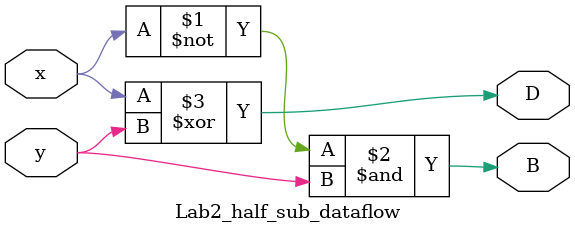
<source format=v>
`timescale 1ns / 1ps


module Lab2_half_sub_dataflow(
    x,
    y,
    B,
    D
    );
    
input x;
input y;
output B;
output D;

assign B=(~x&y);
assign D=(x^y);
endmodule

</source>
